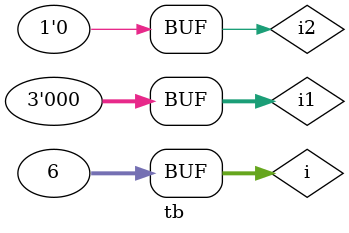
<source format=v>
`define TESTVECS 6

module tb;
  reg [2:0] i1;
  reg i2;
  wire sum1,cout1;
  
  reg [3:0] test_vecs [0:(`TESTVECS-1)];
  integer i;
  initial begin $dumpfile("circuit_3.vcd");    
  $dumpvars(0,tb); 
  end
 
 
  initial begin
    test_vecs[0][3:1] = 3'b000; test_vecs[0][0:0] = 1'b0;
    test_vecs[1][3:1] = 3'b001;	test_vecs[1][0:0] = 1'b1;
    test_vecs[2][3:1] = 3'b010;	test_vecs[2][0:0] = 1'b0;
    test_vecs[3][3:1] = 3'b011;	test_vecs[3][0:0] = 1'b1; 
    test_vecs[4][3:1] = 3'b010;	test_vecs[4][0:0] = 1'b0;
    test_vecs[5][3:1] = 3'b011;	test_vecs[5][0:0] = 1'b1; 
  end


  initial {i1, i2} = 0;
  circuit3 circuit3_0 (i1,i2,sum1, cout1);
  initial begin
       for(i=0;i<`TESTVECS;i=i+1)        
       begin #10 {i1,i2}=test_vecs[i]; 
       end   
  
  end
endmodule

</source>
